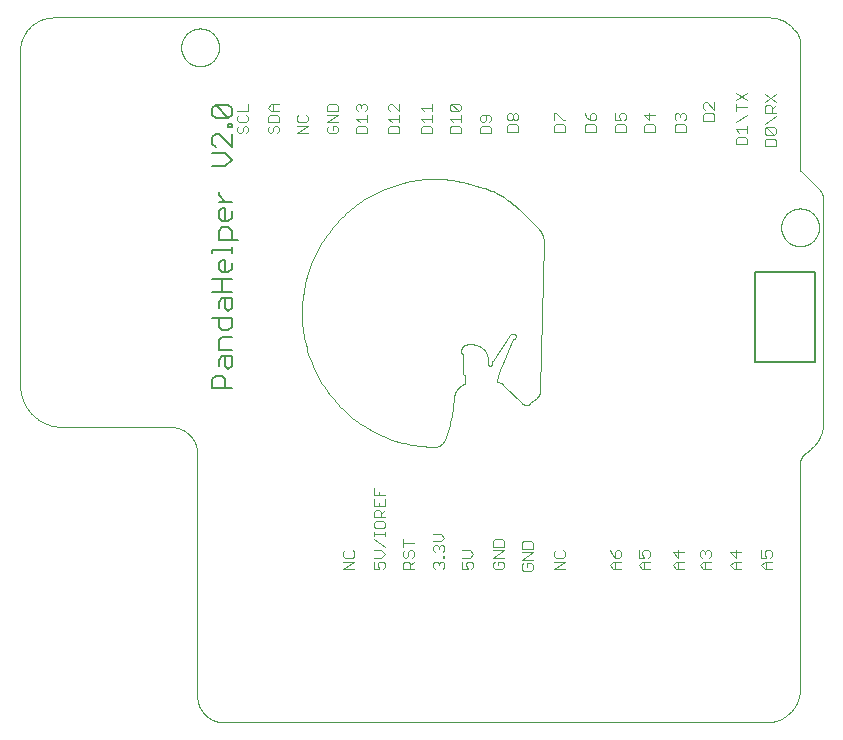
<source format=gbo>
G75*
%MOIN*%
%OFA0B0*%
%FSLAX25Y25*%
%IPPOS*%
%LPD*%
%AMOC8*
5,1,8,0,0,1.08239X$1,22.5*
%
%ADD10C,0.00000*%
%ADD11C,0.00600*%
%ADD12C,0.00300*%
%ADD13C,0.00500*%
D10*
X0064055Y0017159D02*
X0064055Y0097977D01*
X0064052Y0098190D01*
X0064045Y0098402D01*
X0064032Y0098615D01*
X0064014Y0098827D01*
X0063991Y0099038D01*
X0063963Y0099249D01*
X0063929Y0099459D01*
X0063891Y0099668D01*
X0063848Y0099877D01*
X0063799Y0100084D01*
X0063746Y0100290D01*
X0063687Y0100494D01*
X0063624Y0100697D01*
X0063556Y0100899D01*
X0063483Y0101099D01*
X0063405Y0101297D01*
X0063323Y0101493D01*
X0063235Y0101687D01*
X0063143Y0101878D01*
X0063047Y0102068D01*
X0062946Y0102255D01*
X0062840Y0102440D01*
X0062730Y0102622D01*
X0062615Y0102801D01*
X0062497Y0102978D01*
X0062374Y0103151D01*
X0062247Y0103322D01*
X0062115Y0103489D01*
X0061980Y0103654D01*
X0061841Y0103814D01*
X0061698Y0103972D01*
X0061551Y0104126D01*
X0061401Y0104276D01*
X0061247Y0104423D01*
X0061089Y0104566D01*
X0060929Y0104705D01*
X0060764Y0104840D01*
X0060597Y0104972D01*
X0060426Y0105099D01*
X0060253Y0105222D01*
X0060076Y0105340D01*
X0059897Y0105455D01*
X0059715Y0105565D01*
X0059530Y0105671D01*
X0059343Y0105772D01*
X0059153Y0105868D01*
X0058962Y0105960D01*
X0058768Y0106048D01*
X0058572Y0106130D01*
X0058374Y0106208D01*
X0058174Y0106281D01*
X0057972Y0106349D01*
X0057769Y0106412D01*
X0057565Y0106471D01*
X0057359Y0106524D01*
X0057152Y0106573D01*
X0056943Y0106616D01*
X0056734Y0106654D01*
X0056524Y0106688D01*
X0056313Y0106716D01*
X0056102Y0106739D01*
X0055890Y0106757D01*
X0055677Y0106770D01*
X0055465Y0106777D01*
X0055252Y0106780D01*
X0055252Y0106781D02*
X0019195Y0106781D01*
X0018852Y0106785D01*
X0018509Y0106798D01*
X0018167Y0106818D01*
X0017825Y0106847D01*
X0017484Y0106884D01*
X0017144Y0106930D01*
X0016805Y0106984D01*
X0016468Y0107045D01*
X0016132Y0107115D01*
X0015798Y0107193D01*
X0015466Y0107280D01*
X0015136Y0107374D01*
X0014809Y0107476D01*
X0014484Y0107586D01*
X0014161Y0107703D01*
X0013842Y0107829D01*
X0013526Y0107962D01*
X0013213Y0108103D01*
X0012904Y0108251D01*
X0012598Y0108407D01*
X0012296Y0108570D01*
X0011999Y0108740D01*
X0011705Y0108918D01*
X0011416Y0109102D01*
X0011131Y0109294D01*
X0010851Y0109492D01*
X0010576Y0109697D01*
X0010306Y0109909D01*
X0010041Y0110127D01*
X0009782Y0110351D01*
X0009528Y0110581D01*
X0009280Y0110818D01*
X0009037Y0111061D01*
X0008800Y0111309D01*
X0008570Y0111563D01*
X0008346Y0111822D01*
X0008128Y0112087D01*
X0007916Y0112357D01*
X0007711Y0112632D01*
X0007513Y0112912D01*
X0007321Y0113197D01*
X0007137Y0113486D01*
X0006959Y0113780D01*
X0006789Y0114077D01*
X0006626Y0114379D01*
X0006470Y0114685D01*
X0006322Y0114994D01*
X0006181Y0115307D01*
X0006048Y0115623D01*
X0005922Y0115942D01*
X0005805Y0116265D01*
X0005695Y0116590D01*
X0005593Y0116917D01*
X0005499Y0117247D01*
X0005412Y0117579D01*
X0005334Y0117913D01*
X0005264Y0118249D01*
X0005203Y0118586D01*
X0005149Y0118925D01*
X0005103Y0119265D01*
X0005066Y0119606D01*
X0005037Y0119948D01*
X0005017Y0120290D01*
X0005004Y0120633D01*
X0005000Y0120976D01*
X0005000Y0232153D01*
X0005003Y0232423D01*
X0005013Y0232692D01*
X0005029Y0232962D01*
X0005052Y0233230D01*
X0005081Y0233499D01*
X0005117Y0233766D01*
X0005159Y0234032D01*
X0005208Y0234298D01*
X0005263Y0234562D01*
X0005324Y0234824D01*
X0005392Y0235086D01*
X0005466Y0235345D01*
X0005546Y0235603D01*
X0005633Y0235858D01*
X0005725Y0236111D01*
X0005824Y0236363D01*
X0005929Y0236611D01*
X0006040Y0236857D01*
X0006156Y0237100D01*
X0006279Y0237341D01*
X0006407Y0237578D01*
X0006541Y0237812D01*
X0006680Y0238043D01*
X0006825Y0238270D01*
X0006976Y0238494D01*
X0007132Y0238714D01*
X0007293Y0238931D01*
X0007459Y0239143D01*
X0007631Y0239351D01*
X0007807Y0239555D01*
X0007989Y0239755D01*
X0008175Y0239950D01*
X0008366Y0240141D01*
X0008561Y0240327D01*
X0008761Y0240509D01*
X0008965Y0240685D01*
X0009173Y0240857D01*
X0009385Y0241023D01*
X0009602Y0241184D01*
X0009822Y0241340D01*
X0010046Y0241491D01*
X0010273Y0241636D01*
X0010504Y0241775D01*
X0010738Y0241909D01*
X0010975Y0242037D01*
X0011216Y0242160D01*
X0011459Y0242276D01*
X0011705Y0242387D01*
X0011953Y0242492D01*
X0012205Y0242591D01*
X0012458Y0242683D01*
X0012713Y0242770D01*
X0012971Y0242850D01*
X0013230Y0242924D01*
X0013492Y0242992D01*
X0013754Y0243053D01*
X0014018Y0243108D01*
X0014284Y0243157D01*
X0014550Y0243199D01*
X0014817Y0243235D01*
X0015086Y0243264D01*
X0015354Y0243287D01*
X0015624Y0243303D01*
X0015893Y0243313D01*
X0016163Y0243316D01*
X0254763Y0243316D01*
X0262006Y0240330D02*
X0263110Y0239234D01*
X0265000Y0234691D02*
X0265000Y0192770D01*
X0265293Y0192063D02*
X0271217Y0186214D01*
X0272717Y0182626D02*
X0272717Y0108230D01*
X0272714Y0107959D01*
X0272704Y0107688D01*
X0272687Y0107417D01*
X0272664Y0107147D01*
X0272635Y0106878D01*
X0272598Y0106609D01*
X0272556Y0106341D01*
X0272506Y0106074D01*
X0272451Y0105809D01*
X0272388Y0105545D01*
X0272320Y0105283D01*
X0272245Y0105022D01*
X0272164Y0104763D01*
X0272076Y0104507D01*
X0271982Y0104252D01*
X0271882Y0104000D01*
X0271776Y0103751D01*
X0271664Y0103504D01*
X0271546Y0103260D01*
X0271422Y0103019D01*
X0271292Y0102780D01*
X0271157Y0102546D01*
X0271016Y0102314D01*
X0270869Y0102086D01*
X0270716Y0101862D01*
X0270559Y0101641D01*
X0270396Y0101425D01*
X0270227Y0101212D01*
X0270054Y0101004D01*
X0269875Y0100799D01*
X0269692Y0100600D01*
X0269504Y0100404D01*
X0269311Y0100214D01*
X0269114Y0100028D01*
X0268912Y0099847D01*
X0268705Y0099671D01*
X0268495Y0099500D01*
X0266956Y0098282D01*
X0264843Y0093911D02*
X0264843Y0040427D01*
X0265000Y0019603D01*
X0264997Y0019331D01*
X0264987Y0019060D01*
X0264970Y0018788D01*
X0264947Y0018518D01*
X0264918Y0018247D01*
X0264882Y0017978D01*
X0264839Y0017709D01*
X0264790Y0017442D01*
X0264735Y0017176D01*
X0264673Y0016911D01*
X0264605Y0016648D01*
X0264530Y0016387D01*
X0264450Y0016127D01*
X0264362Y0015870D01*
X0264269Y0015615D01*
X0264170Y0015362D01*
X0264064Y0015111D01*
X0263953Y0014864D01*
X0263835Y0014618D01*
X0263712Y0014376D01*
X0263583Y0014137D01*
X0263448Y0013901D01*
X0263307Y0013669D01*
X0263161Y0013440D01*
X0263009Y0013214D01*
X0262852Y0012992D01*
X0262690Y0012774D01*
X0262522Y0012560D01*
X0262349Y0012350D01*
X0262172Y0012145D01*
X0261989Y0011944D01*
X0261801Y0011747D01*
X0261609Y0011555D01*
X0261412Y0011367D01*
X0261211Y0011184D01*
X0261006Y0011007D01*
X0260796Y0010834D01*
X0260582Y0010666D01*
X0260364Y0010504D01*
X0260142Y0010347D01*
X0259916Y0010195D01*
X0259687Y0010049D01*
X0259455Y0009908D01*
X0259219Y0009773D01*
X0258980Y0009644D01*
X0258738Y0009521D01*
X0258492Y0009403D01*
X0258245Y0009292D01*
X0257994Y0009186D01*
X0257741Y0009087D01*
X0257486Y0008994D01*
X0257229Y0008906D01*
X0256969Y0008826D01*
X0256708Y0008751D01*
X0256445Y0008683D01*
X0256180Y0008621D01*
X0255914Y0008566D01*
X0255647Y0008517D01*
X0255378Y0008474D01*
X0255109Y0008438D01*
X0254838Y0008409D01*
X0254568Y0008386D01*
X0254296Y0008369D01*
X0254025Y0008359D01*
X0253753Y0008356D01*
X0072859Y0008356D01*
X0072646Y0008359D01*
X0072434Y0008366D01*
X0072221Y0008379D01*
X0072009Y0008397D01*
X0071798Y0008420D01*
X0071587Y0008448D01*
X0071377Y0008482D01*
X0071168Y0008520D01*
X0070959Y0008563D01*
X0070752Y0008612D01*
X0070546Y0008665D01*
X0070342Y0008724D01*
X0070139Y0008787D01*
X0069937Y0008855D01*
X0069737Y0008928D01*
X0069539Y0009006D01*
X0069343Y0009088D01*
X0069149Y0009176D01*
X0068958Y0009268D01*
X0068768Y0009364D01*
X0068581Y0009465D01*
X0068396Y0009571D01*
X0068214Y0009681D01*
X0068035Y0009796D01*
X0067858Y0009914D01*
X0067685Y0010037D01*
X0067514Y0010164D01*
X0067347Y0010296D01*
X0067182Y0010431D01*
X0067022Y0010570D01*
X0066864Y0010713D01*
X0066710Y0010860D01*
X0066560Y0011010D01*
X0066413Y0011164D01*
X0066270Y0011322D01*
X0066131Y0011482D01*
X0065996Y0011647D01*
X0065864Y0011814D01*
X0065737Y0011985D01*
X0065614Y0012158D01*
X0065496Y0012335D01*
X0065381Y0012514D01*
X0065271Y0012696D01*
X0065165Y0012881D01*
X0065064Y0013068D01*
X0064968Y0013258D01*
X0064876Y0013449D01*
X0064788Y0013643D01*
X0064706Y0013839D01*
X0064628Y0014037D01*
X0064555Y0014237D01*
X0064487Y0014439D01*
X0064424Y0014642D01*
X0064365Y0014846D01*
X0064312Y0015052D01*
X0064263Y0015259D01*
X0064220Y0015468D01*
X0064182Y0015677D01*
X0064148Y0015887D01*
X0064120Y0016098D01*
X0064097Y0016309D01*
X0064079Y0016521D01*
X0064066Y0016734D01*
X0064059Y0016946D01*
X0064056Y0017159D01*
X0143000Y0100155D02*
X0143121Y0100156D01*
X0143242Y0100160D01*
X0143363Y0100167D01*
X0143484Y0100179D01*
X0143604Y0100194D01*
X0143723Y0100214D01*
X0143842Y0100237D01*
X0143960Y0100264D01*
X0144077Y0100294D01*
X0144193Y0100328D01*
X0144308Y0100366D01*
X0144422Y0100408D01*
X0144534Y0100453D01*
X0144645Y0100502D01*
X0144754Y0100554D01*
X0144862Y0100609D01*
X0144968Y0100668D01*
X0145072Y0100731D01*
X0145173Y0100796D01*
X0145273Y0100865D01*
X0145370Y0100937D01*
X0145465Y0101012D01*
X0145558Y0101089D01*
X0145648Y0101170D01*
X0145736Y0101254D01*
X0145821Y0101340D01*
X0145903Y0101429D01*
X0145982Y0101521D01*
X0146058Y0101615D01*
X0146131Y0101711D01*
X0146202Y0101810D01*
X0146269Y0101911D01*
X0146332Y0102014D01*
X0146393Y0102118D01*
X0146450Y0102225D01*
X0146504Y0102334D01*
X0146554Y0102444D01*
X0146600Y0102556D01*
X0149600Y0116355D02*
X0149609Y0116500D01*
X0149622Y0116644D01*
X0149639Y0116788D01*
X0149659Y0116931D01*
X0149684Y0117074D01*
X0149712Y0117216D01*
X0149744Y0117357D01*
X0149780Y0117497D01*
X0149820Y0117636D01*
X0149863Y0117774D01*
X0149910Y0117911D01*
X0149961Y0118047D01*
X0150016Y0118181D01*
X0150074Y0118314D01*
X0150136Y0118444D01*
X0150201Y0118574D01*
X0150270Y0118701D01*
X0150342Y0118827D01*
X0150417Y0118950D01*
X0150496Y0119072D01*
X0150578Y0119191D01*
X0150664Y0119308D01*
X0150752Y0119422D01*
X0150844Y0119535D01*
X0150938Y0119644D01*
X0151035Y0119751D01*
X0151136Y0119856D01*
X0151239Y0119957D01*
X0151345Y0120056D01*
X0151453Y0120152D01*
X0151564Y0120245D01*
X0151677Y0120335D01*
X0151793Y0120422D01*
X0151911Y0120505D01*
X0152032Y0120586D01*
X0152154Y0120663D01*
X0152279Y0120737D01*
X0152405Y0120807D01*
X0152534Y0120874D01*
X0152664Y0120938D01*
X0152796Y0120997D01*
X0152929Y0121054D01*
X0153064Y0121106D01*
X0153200Y0121155D01*
X0153200Y0121156D02*
X0153200Y0124156D01*
X0153153Y0124158D01*
X0153106Y0124163D01*
X0153060Y0124173D01*
X0153015Y0124185D01*
X0152970Y0124202D01*
X0152928Y0124221D01*
X0152887Y0124244D01*
X0152847Y0124271D01*
X0152810Y0124300D01*
X0152776Y0124332D01*
X0152744Y0124366D01*
X0152715Y0124403D01*
X0152688Y0124443D01*
X0152665Y0124484D01*
X0152646Y0124526D01*
X0152629Y0124571D01*
X0152617Y0124616D01*
X0152607Y0124662D01*
X0152602Y0124709D01*
X0152600Y0124756D01*
X0152600Y0130756D01*
X0152598Y0130803D01*
X0152593Y0130850D01*
X0152583Y0130896D01*
X0152571Y0130941D01*
X0152554Y0130986D01*
X0152535Y0131028D01*
X0152512Y0131069D01*
X0152485Y0131109D01*
X0152456Y0131146D01*
X0152424Y0131180D01*
X0152390Y0131212D01*
X0152353Y0131241D01*
X0152313Y0131268D01*
X0152272Y0131291D01*
X0152230Y0131310D01*
X0152185Y0131327D01*
X0152140Y0131339D01*
X0152094Y0131349D01*
X0152047Y0131354D01*
X0152000Y0131356D01*
X0152000Y0131956D01*
X0152002Y0132053D01*
X0152008Y0132149D01*
X0152017Y0132245D01*
X0152031Y0132341D01*
X0152049Y0132436D01*
X0152070Y0132530D01*
X0152095Y0132624D01*
X0152124Y0132716D01*
X0152156Y0132807D01*
X0152192Y0132897D01*
X0152232Y0132985D01*
X0152275Y0133071D01*
X0152322Y0133156D01*
X0152372Y0133239D01*
X0152425Y0133319D01*
X0152481Y0133398D01*
X0152541Y0133474D01*
X0152604Y0133547D01*
X0152669Y0133619D01*
X0152737Y0133687D01*
X0152809Y0133752D01*
X0152882Y0133815D01*
X0152958Y0133875D01*
X0153037Y0133931D01*
X0153117Y0133984D01*
X0153200Y0134034D01*
X0153285Y0134081D01*
X0153371Y0134124D01*
X0153459Y0134164D01*
X0153549Y0134200D01*
X0153640Y0134232D01*
X0153732Y0134261D01*
X0153826Y0134286D01*
X0153920Y0134307D01*
X0154015Y0134325D01*
X0154111Y0134339D01*
X0154207Y0134348D01*
X0154303Y0134354D01*
X0154400Y0134356D01*
X0155600Y0134356D01*
X0155746Y0134354D01*
X0155892Y0134348D01*
X0156038Y0134338D01*
X0156184Y0134324D01*
X0156329Y0134307D01*
X0156474Y0134285D01*
X0156618Y0134259D01*
X0156761Y0134230D01*
X0156903Y0134196D01*
X0157045Y0134159D01*
X0157185Y0134118D01*
X0157324Y0134073D01*
X0157462Y0134025D01*
X0157599Y0133972D01*
X0157734Y0133917D01*
X0157867Y0133857D01*
X0157999Y0133794D01*
X0158129Y0133727D01*
X0158258Y0133657D01*
X0158384Y0133583D01*
X0158508Y0133506D01*
X0158630Y0133426D01*
X0158750Y0133342D01*
X0158868Y0133255D01*
X0158983Y0133165D01*
X0159096Y0133072D01*
X0159206Y0132975D01*
X0159314Y0132876D01*
X0159418Y0132774D01*
X0159520Y0132670D01*
X0159619Y0132562D01*
X0159716Y0132452D01*
X0159809Y0132339D01*
X0159899Y0132224D01*
X0159986Y0132106D01*
X0160070Y0131986D01*
X0160150Y0131864D01*
X0160227Y0131740D01*
X0160301Y0131614D01*
X0160371Y0131485D01*
X0160438Y0131355D01*
X0160501Y0131223D01*
X0160561Y0131090D01*
X0160616Y0130955D01*
X0160669Y0130818D01*
X0160717Y0130680D01*
X0160762Y0130541D01*
X0160803Y0130401D01*
X0160840Y0130259D01*
X0160874Y0130117D01*
X0160903Y0129974D01*
X0160929Y0129830D01*
X0160951Y0129685D01*
X0160968Y0129540D01*
X0160982Y0129394D01*
X0160992Y0129248D01*
X0160998Y0129102D01*
X0161000Y0128956D01*
X0161000Y0127756D01*
X0161600Y0127156D02*
X0161647Y0127158D01*
X0161694Y0127163D01*
X0161740Y0127173D01*
X0161785Y0127185D01*
X0161830Y0127202D01*
X0161872Y0127221D01*
X0161913Y0127244D01*
X0161953Y0127271D01*
X0161990Y0127300D01*
X0162024Y0127332D01*
X0162056Y0127366D01*
X0162085Y0127403D01*
X0162112Y0127443D01*
X0162135Y0127484D01*
X0162154Y0127526D01*
X0162171Y0127571D01*
X0162183Y0127616D01*
X0162193Y0127662D01*
X0162198Y0127709D01*
X0162200Y0127756D01*
X0161600Y0127156D02*
X0161553Y0127158D01*
X0161506Y0127163D01*
X0161460Y0127173D01*
X0161415Y0127185D01*
X0161370Y0127202D01*
X0161328Y0127221D01*
X0161287Y0127244D01*
X0161247Y0127271D01*
X0161210Y0127300D01*
X0161176Y0127332D01*
X0161144Y0127366D01*
X0161115Y0127403D01*
X0161088Y0127443D01*
X0161065Y0127484D01*
X0161046Y0127526D01*
X0161029Y0127571D01*
X0161017Y0127616D01*
X0161007Y0127662D01*
X0161002Y0127709D01*
X0161000Y0127756D01*
X0162533Y0128855D02*
X0168200Y0137356D01*
X0169400Y0137956D02*
X0169459Y0137950D01*
X0169518Y0137941D01*
X0169576Y0137928D01*
X0169633Y0137912D01*
X0169688Y0137891D01*
X0169743Y0137867D01*
X0169795Y0137839D01*
X0169846Y0137808D01*
X0169894Y0137774D01*
X0169940Y0137737D01*
X0169984Y0137696D01*
X0170025Y0137653D01*
X0170062Y0137608D01*
X0170097Y0137559D01*
X0170129Y0137509D01*
X0170157Y0137457D01*
X0170182Y0137403D01*
X0170203Y0137347D01*
X0170220Y0137291D01*
X0170233Y0137233D01*
X0170243Y0137174D01*
X0170249Y0137115D01*
X0170251Y0137056D01*
X0170249Y0136997D01*
X0170243Y0136938D01*
X0170233Y0136879D01*
X0170220Y0136821D01*
X0170203Y0136765D01*
X0170182Y0136709D01*
X0170157Y0136655D01*
X0170129Y0136603D01*
X0170097Y0136553D01*
X0170062Y0136504D01*
X0170025Y0136459D01*
X0169984Y0136416D01*
X0169940Y0136375D01*
X0169894Y0136338D01*
X0169846Y0136304D01*
X0169795Y0136273D01*
X0169743Y0136245D01*
X0169688Y0136221D01*
X0169633Y0136200D01*
X0169576Y0136184D01*
X0169518Y0136171D01*
X0169459Y0136162D01*
X0169400Y0136156D01*
X0165200Y0126556D01*
X0162200Y0127756D02*
X0162202Y0127839D01*
X0162207Y0127922D01*
X0162216Y0128005D01*
X0162228Y0128087D01*
X0162244Y0128169D01*
X0162263Y0128250D01*
X0162285Y0128330D01*
X0162311Y0128409D01*
X0162340Y0128487D01*
X0162372Y0128564D01*
X0162408Y0128639D01*
X0162446Y0128713D01*
X0162488Y0128785D01*
X0162533Y0128855D01*
X0166049Y0120907D02*
X0172169Y0114787D01*
X0172170Y0114787D02*
X0172235Y0114724D01*
X0172303Y0114664D01*
X0172373Y0114607D01*
X0172445Y0114553D01*
X0172520Y0114503D01*
X0172597Y0114455D01*
X0172675Y0114410D01*
X0172756Y0114369D01*
X0172838Y0114332D01*
X0172922Y0114297D01*
X0173007Y0114267D01*
X0173093Y0114240D01*
X0173180Y0114216D01*
X0173268Y0114196D01*
X0173357Y0114180D01*
X0173447Y0114168D01*
X0173537Y0114159D01*
X0173627Y0114154D01*
X0173717Y0114153D01*
X0173808Y0114156D01*
X0173898Y0114162D01*
X0173988Y0114172D01*
X0174077Y0114186D01*
X0174166Y0114204D01*
X0174253Y0114225D01*
X0174340Y0114250D01*
X0174426Y0114279D01*
X0174510Y0114311D01*
X0174593Y0114347D01*
X0174675Y0114386D01*
X0174755Y0114428D01*
X0174833Y0114474D01*
X0174909Y0114523D01*
X0174983Y0114575D01*
X0175054Y0114630D01*
X0175123Y0114688D01*
X0177241Y0116542D01*
X0178435Y0119095D02*
X0179558Y0168521D01*
X0179559Y0168521D02*
X0179560Y0168669D01*
X0179558Y0168817D01*
X0179551Y0168964D01*
X0179541Y0169112D01*
X0179527Y0169259D01*
X0179509Y0169405D01*
X0179488Y0169551D01*
X0179462Y0169697D01*
X0179433Y0169842D01*
X0179400Y0169985D01*
X0179364Y0170129D01*
X0179323Y0170271D01*
X0179279Y0170411D01*
X0179231Y0170551D01*
X0179180Y0170690D01*
X0179125Y0170827D01*
X0179067Y0170962D01*
X0179005Y0171096D01*
X0178939Y0171229D01*
X0178870Y0171359D01*
X0178798Y0171488D01*
X0178722Y0171615D01*
X0178643Y0171740D01*
X0178561Y0171862D01*
X0178476Y0171983D01*
X0178387Y0172101D01*
X0178296Y0172217D01*
X0178201Y0172331D01*
X0178104Y0172442D01*
X0178004Y0172550D01*
X0177901Y0172656D01*
X0177901Y0172655D02*
X0171200Y0179356D01*
X0159200Y0186556D02*
X0152600Y0188356D01*
X0159200Y0186556D02*
X0159874Y0186342D01*
X0160542Y0186112D01*
X0161204Y0185865D01*
X0161860Y0185602D01*
X0162509Y0185323D01*
X0163152Y0185028D01*
X0163787Y0184718D01*
X0164414Y0184392D01*
X0165033Y0184051D01*
X0165643Y0183695D01*
X0166245Y0183324D01*
X0166837Y0182938D01*
X0167420Y0182538D01*
X0167992Y0182124D01*
X0168555Y0181696D01*
X0169106Y0181254D01*
X0169647Y0180799D01*
X0170176Y0180331D01*
X0170694Y0179850D01*
X0171200Y0179356D01*
X0152600Y0188356D02*
X0151799Y0188564D01*
X0150993Y0188753D01*
X0150182Y0188922D01*
X0149368Y0189071D01*
X0148550Y0189200D01*
X0147729Y0189309D01*
X0146906Y0189399D01*
X0146081Y0189468D01*
X0145255Y0189518D01*
X0144428Y0189547D01*
X0143600Y0189556D01*
X0143600Y0189555D02*
X0142508Y0189540D01*
X0141417Y0189499D01*
X0140328Y0189431D01*
X0139240Y0189337D01*
X0138155Y0189216D01*
X0137074Y0189068D01*
X0135996Y0188895D01*
X0134923Y0188695D01*
X0133855Y0188468D01*
X0132793Y0188216D01*
X0131737Y0187938D01*
X0130689Y0187634D01*
X0129648Y0187305D01*
X0128615Y0186950D01*
X0127592Y0186571D01*
X0126578Y0186166D01*
X0125574Y0185737D01*
X0124581Y0185283D01*
X0123600Y0184806D01*
X0122630Y0184304D01*
X0121673Y0183779D01*
X0120729Y0183231D01*
X0119799Y0182660D01*
X0118883Y0182066D01*
X0117982Y0181450D01*
X0117096Y0180812D01*
X0116225Y0180153D01*
X0115372Y0179473D01*
X0114535Y0178772D01*
X0113715Y0178051D01*
X0112913Y0177310D01*
X0112130Y0176550D01*
X0111365Y0175771D01*
X0110620Y0174973D01*
X0109894Y0174158D01*
X0109189Y0173325D01*
X0108504Y0172475D01*
X0107840Y0171608D01*
X0107197Y0170726D01*
X0106576Y0169828D01*
X0105978Y0168915D01*
X0105401Y0167988D01*
X0104848Y0167047D01*
X0104317Y0166093D01*
X0103810Y0165126D01*
X0103327Y0164147D01*
X0102868Y0163157D01*
X0102433Y0162156D01*
X0102023Y0161144D01*
X0101638Y0160123D01*
X0101277Y0159092D01*
X0100942Y0158053D01*
X0100633Y0157006D01*
X0100349Y0155952D01*
X0100091Y0154892D01*
X0099859Y0153825D01*
X0099653Y0152753D01*
X0099473Y0151676D01*
X0099319Y0150595D01*
X0099192Y0149511D01*
X0099092Y0148424D01*
X0099018Y0147335D01*
X0098971Y0146244D01*
X0098950Y0145153D01*
X0098956Y0144061D01*
X0098989Y0142970D01*
X0099048Y0141880D01*
X0099134Y0140792D01*
X0099246Y0139706D01*
X0099385Y0138623D01*
X0099551Y0137544D01*
X0099742Y0136470D01*
X0099960Y0135400D01*
X0100204Y0134336D01*
X0100474Y0133278D01*
X0100769Y0132227D01*
X0101090Y0131184D01*
X0101437Y0130149D01*
X0101808Y0129122D01*
X0102205Y0128105D01*
X0102626Y0127098D01*
X0103072Y0126102D01*
X0103542Y0125116D01*
X0104036Y0124143D01*
X0104553Y0123182D01*
X0105094Y0122234D01*
X0105658Y0121299D01*
X0106245Y0120378D01*
X0106853Y0119472D01*
X0107484Y0118581D01*
X0108136Y0117706D01*
X0108810Y0116847D01*
X0109504Y0116004D01*
X0110219Y0115179D01*
X0110953Y0114371D01*
X0111707Y0113582D01*
X0112480Y0112811D01*
X0113272Y0112060D01*
X0114082Y0111328D01*
X0114909Y0110616D01*
X0115754Y0109924D01*
X0116615Y0109253D01*
X0117493Y0108604D01*
X0118386Y0107976D01*
X0119294Y0107370D01*
X0120216Y0106786D01*
X0121153Y0106225D01*
X0122103Y0105688D01*
X0123065Y0105173D01*
X0124040Y0104682D01*
X0125027Y0104215D01*
X0126025Y0103773D01*
X0127033Y0103355D01*
X0128052Y0102961D01*
X0129079Y0102593D01*
X0130116Y0102249D01*
X0131160Y0101932D01*
X0132212Y0101639D01*
X0133270Y0101373D01*
X0134335Y0101132D01*
X0135405Y0100918D01*
X0136481Y0100730D01*
X0137560Y0100568D01*
X0138644Y0100432D01*
X0139730Y0100323D01*
X0140818Y0100241D01*
X0141908Y0100185D01*
X0143000Y0100156D01*
X0164000Y0121756D02*
X0164103Y0121754D01*
X0164207Y0121749D01*
X0164310Y0121739D01*
X0164412Y0121727D01*
X0164514Y0121710D01*
X0164616Y0121690D01*
X0164716Y0121666D01*
X0164816Y0121639D01*
X0164915Y0121608D01*
X0165012Y0121573D01*
X0165109Y0121535D01*
X0165203Y0121494D01*
X0165297Y0121450D01*
X0165388Y0121402D01*
X0165478Y0121350D01*
X0165566Y0121296D01*
X0165652Y0121239D01*
X0165736Y0121178D01*
X0165818Y0121115D01*
X0165897Y0121048D01*
X0165974Y0120979D01*
X0166048Y0120907D01*
X0177241Y0116542D02*
X0177327Y0116620D01*
X0177411Y0116700D01*
X0177491Y0116784D01*
X0177569Y0116870D01*
X0177644Y0116958D01*
X0177716Y0117049D01*
X0177785Y0117143D01*
X0177851Y0117238D01*
X0177914Y0117336D01*
X0177973Y0117436D01*
X0178029Y0117537D01*
X0178082Y0117641D01*
X0178131Y0117746D01*
X0178176Y0117853D01*
X0178219Y0117961D01*
X0178257Y0118070D01*
X0178292Y0118181D01*
X0178323Y0118293D01*
X0178350Y0118406D01*
X0178374Y0118519D01*
X0178394Y0118634D01*
X0178410Y0118748D01*
X0178422Y0118864D01*
X0178431Y0118980D01*
X0178435Y0119096D01*
X0164000Y0121756D02*
X0164031Y0122110D01*
X0164072Y0122462D01*
X0164120Y0122814D01*
X0164177Y0123165D01*
X0164243Y0123514D01*
X0164316Y0123861D01*
X0164398Y0124206D01*
X0164488Y0124550D01*
X0164587Y0124891D01*
X0164693Y0125230D01*
X0164808Y0125566D01*
X0164931Y0125899D01*
X0165061Y0126229D01*
X0165200Y0126556D01*
X0168200Y0137356D02*
X0168240Y0137413D01*
X0168284Y0137469D01*
X0168330Y0137521D01*
X0168379Y0137572D01*
X0168430Y0137620D01*
X0168484Y0137665D01*
X0168540Y0137707D01*
X0168598Y0137746D01*
X0168658Y0137782D01*
X0168720Y0137815D01*
X0168784Y0137845D01*
X0168849Y0137871D01*
X0168915Y0137894D01*
X0168983Y0137914D01*
X0169051Y0137930D01*
X0169120Y0137942D01*
X0169190Y0137951D01*
X0169260Y0137956D01*
X0169330Y0137958D01*
X0169400Y0137956D01*
X0149600Y0116355D02*
X0149539Y0115344D01*
X0149455Y0114334D01*
X0149346Y0113326D01*
X0149214Y0112322D01*
X0149058Y0111320D01*
X0148878Y0110323D01*
X0148674Y0109330D01*
X0148447Y0108343D01*
X0148197Y0107361D01*
X0147923Y0106385D01*
X0147627Y0105416D01*
X0147307Y0104455D01*
X0146965Y0103501D01*
X0146600Y0102555D01*
X0258700Y0173356D02*
X0258702Y0173514D01*
X0258708Y0173673D01*
X0258718Y0173831D01*
X0258732Y0173988D01*
X0258750Y0174146D01*
X0258771Y0174302D01*
X0258797Y0174459D01*
X0258827Y0174614D01*
X0258860Y0174769D01*
X0258898Y0174923D01*
X0258939Y0175076D01*
X0258984Y0175227D01*
X0259033Y0175378D01*
X0259086Y0175527D01*
X0259142Y0175675D01*
X0259203Y0175822D01*
X0259266Y0175967D01*
X0259334Y0176110D01*
X0259405Y0176251D01*
X0259479Y0176391D01*
X0259557Y0176529D01*
X0259639Y0176665D01*
X0259724Y0176798D01*
X0259812Y0176930D01*
X0259903Y0177059D01*
X0259998Y0177186D01*
X0260096Y0177310D01*
X0260197Y0177432D01*
X0260301Y0177552D01*
X0260407Y0177669D01*
X0260517Y0177783D01*
X0260630Y0177894D01*
X0260745Y0178002D01*
X0260864Y0178108D01*
X0260984Y0178210D01*
X0261107Y0178310D01*
X0261233Y0178406D01*
X0261361Y0178499D01*
X0261492Y0178589D01*
X0261624Y0178675D01*
X0261759Y0178758D01*
X0261896Y0178838D01*
X0262035Y0178914D01*
X0262175Y0178987D01*
X0262318Y0179056D01*
X0262462Y0179122D01*
X0262607Y0179184D01*
X0262755Y0179242D01*
X0262903Y0179297D01*
X0263053Y0179348D01*
X0263204Y0179395D01*
X0263357Y0179438D01*
X0263510Y0179477D01*
X0263664Y0179513D01*
X0263819Y0179544D01*
X0263975Y0179572D01*
X0264132Y0179596D01*
X0264289Y0179616D01*
X0264447Y0179632D01*
X0264604Y0179644D01*
X0264763Y0179652D01*
X0264921Y0179656D01*
X0265079Y0179656D01*
X0265237Y0179652D01*
X0265396Y0179644D01*
X0265553Y0179632D01*
X0265711Y0179616D01*
X0265868Y0179596D01*
X0266025Y0179572D01*
X0266181Y0179544D01*
X0266336Y0179513D01*
X0266490Y0179477D01*
X0266643Y0179438D01*
X0266796Y0179395D01*
X0266947Y0179348D01*
X0267097Y0179297D01*
X0267245Y0179242D01*
X0267393Y0179184D01*
X0267538Y0179122D01*
X0267682Y0179056D01*
X0267825Y0178987D01*
X0267965Y0178914D01*
X0268104Y0178838D01*
X0268241Y0178758D01*
X0268376Y0178675D01*
X0268508Y0178589D01*
X0268639Y0178499D01*
X0268767Y0178406D01*
X0268893Y0178310D01*
X0269016Y0178210D01*
X0269136Y0178108D01*
X0269255Y0178002D01*
X0269370Y0177894D01*
X0269483Y0177783D01*
X0269593Y0177669D01*
X0269699Y0177552D01*
X0269803Y0177432D01*
X0269904Y0177310D01*
X0270002Y0177186D01*
X0270097Y0177059D01*
X0270188Y0176930D01*
X0270276Y0176798D01*
X0270361Y0176665D01*
X0270443Y0176529D01*
X0270521Y0176391D01*
X0270595Y0176251D01*
X0270666Y0176110D01*
X0270734Y0175967D01*
X0270797Y0175822D01*
X0270858Y0175675D01*
X0270914Y0175527D01*
X0270967Y0175378D01*
X0271016Y0175227D01*
X0271061Y0175076D01*
X0271102Y0174923D01*
X0271140Y0174769D01*
X0271173Y0174614D01*
X0271203Y0174459D01*
X0271229Y0174302D01*
X0271250Y0174146D01*
X0271268Y0173988D01*
X0271282Y0173831D01*
X0271292Y0173673D01*
X0271298Y0173514D01*
X0271300Y0173356D01*
X0271298Y0173198D01*
X0271292Y0173039D01*
X0271282Y0172881D01*
X0271268Y0172724D01*
X0271250Y0172566D01*
X0271229Y0172410D01*
X0271203Y0172253D01*
X0271173Y0172098D01*
X0271140Y0171943D01*
X0271102Y0171789D01*
X0271061Y0171636D01*
X0271016Y0171485D01*
X0270967Y0171334D01*
X0270914Y0171185D01*
X0270858Y0171037D01*
X0270797Y0170890D01*
X0270734Y0170745D01*
X0270666Y0170602D01*
X0270595Y0170461D01*
X0270521Y0170321D01*
X0270443Y0170183D01*
X0270361Y0170047D01*
X0270276Y0169914D01*
X0270188Y0169782D01*
X0270097Y0169653D01*
X0270002Y0169526D01*
X0269904Y0169402D01*
X0269803Y0169280D01*
X0269699Y0169160D01*
X0269593Y0169043D01*
X0269483Y0168929D01*
X0269370Y0168818D01*
X0269255Y0168710D01*
X0269136Y0168604D01*
X0269016Y0168502D01*
X0268893Y0168402D01*
X0268767Y0168306D01*
X0268639Y0168213D01*
X0268508Y0168123D01*
X0268376Y0168037D01*
X0268241Y0167954D01*
X0268104Y0167874D01*
X0267965Y0167798D01*
X0267825Y0167725D01*
X0267682Y0167656D01*
X0267538Y0167590D01*
X0267393Y0167528D01*
X0267245Y0167470D01*
X0267097Y0167415D01*
X0266947Y0167364D01*
X0266796Y0167317D01*
X0266643Y0167274D01*
X0266490Y0167235D01*
X0266336Y0167199D01*
X0266181Y0167168D01*
X0266025Y0167140D01*
X0265868Y0167116D01*
X0265711Y0167096D01*
X0265553Y0167080D01*
X0265396Y0167068D01*
X0265237Y0167060D01*
X0265079Y0167056D01*
X0264921Y0167056D01*
X0264763Y0167060D01*
X0264604Y0167068D01*
X0264447Y0167080D01*
X0264289Y0167096D01*
X0264132Y0167116D01*
X0263975Y0167140D01*
X0263819Y0167168D01*
X0263664Y0167199D01*
X0263510Y0167235D01*
X0263357Y0167274D01*
X0263204Y0167317D01*
X0263053Y0167364D01*
X0262903Y0167415D01*
X0262755Y0167470D01*
X0262607Y0167528D01*
X0262462Y0167590D01*
X0262318Y0167656D01*
X0262175Y0167725D01*
X0262035Y0167798D01*
X0261896Y0167874D01*
X0261759Y0167954D01*
X0261624Y0168037D01*
X0261492Y0168123D01*
X0261361Y0168213D01*
X0261233Y0168306D01*
X0261107Y0168402D01*
X0260984Y0168502D01*
X0260864Y0168604D01*
X0260745Y0168710D01*
X0260630Y0168818D01*
X0260517Y0168929D01*
X0260407Y0169043D01*
X0260301Y0169160D01*
X0260197Y0169280D01*
X0260096Y0169402D01*
X0259998Y0169526D01*
X0259903Y0169653D01*
X0259812Y0169782D01*
X0259724Y0169914D01*
X0259639Y0170047D01*
X0259557Y0170183D01*
X0259479Y0170321D01*
X0259405Y0170461D01*
X0259334Y0170602D01*
X0259266Y0170745D01*
X0259203Y0170890D01*
X0259142Y0171037D01*
X0259086Y0171185D01*
X0259033Y0171334D01*
X0258984Y0171485D01*
X0258939Y0171636D01*
X0258898Y0171789D01*
X0258860Y0171943D01*
X0258827Y0172098D01*
X0258797Y0172253D01*
X0258771Y0172410D01*
X0258750Y0172566D01*
X0258732Y0172724D01*
X0258718Y0172881D01*
X0258708Y0173039D01*
X0258702Y0173198D01*
X0258700Y0173356D01*
X0272717Y0182626D02*
X0272715Y0182764D01*
X0272709Y0182901D01*
X0272700Y0183039D01*
X0272687Y0183176D01*
X0272670Y0183312D01*
X0272649Y0183448D01*
X0272625Y0183584D01*
X0272597Y0183719D01*
X0272566Y0183853D01*
X0272530Y0183986D01*
X0272491Y0184118D01*
X0272449Y0184249D01*
X0272403Y0184378D01*
X0272353Y0184507D01*
X0272300Y0184634D01*
X0272243Y0184759D01*
X0272184Y0184883D01*
X0272120Y0185005D01*
X0272054Y0185126D01*
X0271984Y0185244D01*
X0271911Y0185361D01*
X0271834Y0185476D01*
X0271755Y0185588D01*
X0271673Y0185699D01*
X0271587Y0185807D01*
X0271499Y0185912D01*
X0271408Y0186015D01*
X0271314Y0186116D01*
X0271217Y0186214D01*
X0265293Y0192063D02*
X0265251Y0192107D01*
X0265213Y0192153D01*
X0265177Y0192202D01*
X0265144Y0192253D01*
X0265115Y0192305D01*
X0265088Y0192360D01*
X0265065Y0192415D01*
X0265045Y0192472D01*
X0265029Y0192531D01*
X0265016Y0192590D01*
X0265007Y0192649D01*
X0265002Y0192710D01*
X0265000Y0192770D01*
X0262006Y0240331D02*
X0261826Y0240506D01*
X0261641Y0240676D01*
X0261452Y0240842D01*
X0261260Y0241003D01*
X0261063Y0241159D01*
X0260863Y0241311D01*
X0260659Y0241458D01*
X0260451Y0241599D01*
X0260241Y0241736D01*
X0260026Y0241867D01*
X0259809Y0241993D01*
X0259589Y0242113D01*
X0259366Y0242229D01*
X0259140Y0242338D01*
X0258911Y0242443D01*
X0258680Y0242541D01*
X0258447Y0242634D01*
X0258211Y0242721D01*
X0257974Y0242803D01*
X0257734Y0242878D01*
X0257493Y0242948D01*
X0257250Y0243012D01*
X0257005Y0243069D01*
X0256760Y0243121D01*
X0256513Y0243167D01*
X0256265Y0243207D01*
X0256016Y0243240D01*
X0255766Y0243268D01*
X0255516Y0243289D01*
X0255265Y0243305D01*
X0255014Y0243314D01*
X0254763Y0243317D01*
X0263110Y0239233D02*
X0263220Y0239121D01*
X0263328Y0239006D01*
X0263433Y0238888D01*
X0263535Y0238767D01*
X0263634Y0238644D01*
X0263730Y0238519D01*
X0263822Y0238391D01*
X0263912Y0238261D01*
X0263998Y0238129D01*
X0264082Y0237995D01*
X0264161Y0237859D01*
X0264238Y0237721D01*
X0264311Y0237581D01*
X0264380Y0237439D01*
X0264446Y0237296D01*
X0264509Y0237151D01*
X0264567Y0237005D01*
X0264623Y0236857D01*
X0264674Y0236708D01*
X0264722Y0236557D01*
X0264766Y0236406D01*
X0264807Y0236253D01*
X0264843Y0236100D01*
X0264876Y0235945D01*
X0264905Y0235790D01*
X0264930Y0235634D01*
X0264951Y0235478D01*
X0264969Y0235321D01*
X0264983Y0235164D01*
X0264992Y0235006D01*
X0264998Y0234849D01*
X0265000Y0234691D01*
X0058700Y0233356D02*
X0058702Y0233514D01*
X0058708Y0233673D01*
X0058718Y0233831D01*
X0058732Y0233988D01*
X0058750Y0234146D01*
X0058771Y0234302D01*
X0058797Y0234459D01*
X0058827Y0234614D01*
X0058860Y0234769D01*
X0058898Y0234923D01*
X0058939Y0235076D01*
X0058984Y0235227D01*
X0059033Y0235378D01*
X0059086Y0235527D01*
X0059142Y0235675D01*
X0059203Y0235822D01*
X0059266Y0235967D01*
X0059334Y0236110D01*
X0059405Y0236251D01*
X0059479Y0236391D01*
X0059557Y0236529D01*
X0059639Y0236665D01*
X0059724Y0236798D01*
X0059812Y0236930D01*
X0059903Y0237059D01*
X0059998Y0237186D01*
X0060096Y0237310D01*
X0060197Y0237432D01*
X0060301Y0237552D01*
X0060407Y0237669D01*
X0060517Y0237783D01*
X0060630Y0237894D01*
X0060745Y0238002D01*
X0060864Y0238108D01*
X0060984Y0238210D01*
X0061107Y0238310D01*
X0061233Y0238406D01*
X0061361Y0238499D01*
X0061492Y0238589D01*
X0061624Y0238675D01*
X0061759Y0238758D01*
X0061896Y0238838D01*
X0062035Y0238914D01*
X0062175Y0238987D01*
X0062318Y0239056D01*
X0062462Y0239122D01*
X0062607Y0239184D01*
X0062755Y0239242D01*
X0062903Y0239297D01*
X0063053Y0239348D01*
X0063204Y0239395D01*
X0063357Y0239438D01*
X0063510Y0239477D01*
X0063664Y0239513D01*
X0063819Y0239544D01*
X0063975Y0239572D01*
X0064132Y0239596D01*
X0064289Y0239616D01*
X0064447Y0239632D01*
X0064604Y0239644D01*
X0064763Y0239652D01*
X0064921Y0239656D01*
X0065079Y0239656D01*
X0065237Y0239652D01*
X0065396Y0239644D01*
X0065553Y0239632D01*
X0065711Y0239616D01*
X0065868Y0239596D01*
X0066025Y0239572D01*
X0066181Y0239544D01*
X0066336Y0239513D01*
X0066490Y0239477D01*
X0066643Y0239438D01*
X0066796Y0239395D01*
X0066947Y0239348D01*
X0067097Y0239297D01*
X0067245Y0239242D01*
X0067393Y0239184D01*
X0067538Y0239122D01*
X0067682Y0239056D01*
X0067825Y0238987D01*
X0067965Y0238914D01*
X0068104Y0238838D01*
X0068241Y0238758D01*
X0068376Y0238675D01*
X0068508Y0238589D01*
X0068639Y0238499D01*
X0068767Y0238406D01*
X0068893Y0238310D01*
X0069016Y0238210D01*
X0069136Y0238108D01*
X0069255Y0238002D01*
X0069370Y0237894D01*
X0069483Y0237783D01*
X0069593Y0237669D01*
X0069699Y0237552D01*
X0069803Y0237432D01*
X0069904Y0237310D01*
X0070002Y0237186D01*
X0070097Y0237059D01*
X0070188Y0236930D01*
X0070276Y0236798D01*
X0070361Y0236665D01*
X0070443Y0236529D01*
X0070521Y0236391D01*
X0070595Y0236251D01*
X0070666Y0236110D01*
X0070734Y0235967D01*
X0070797Y0235822D01*
X0070858Y0235675D01*
X0070914Y0235527D01*
X0070967Y0235378D01*
X0071016Y0235227D01*
X0071061Y0235076D01*
X0071102Y0234923D01*
X0071140Y0234769D01*
X0071173Y0234614D01*
X0071203Y0234459D01*
X0071229Y0234302D01*
X0071250Y0234146D01*
X0071268Y0233988D01*
X0071282Y0233831D01*
X0071292Y0233673D01*
X0071298Y0233514D01*
X0071300Y0233356D01*
X0071298Y0233198D01*
X0071292Y0233039D01*
X0071282Y0232881D01*
X0071268Y0232724D01*
X0071250Y0232566D01*
X0071229Y0232410D01*
X0071203Y0232253D01*
X0071173Y0232098D01*
X0071140Y0231943D01*
X0071102Y0231789D01*
X0071061Y0231636D01*
X0071016Y0231485D01*
X0070967Y0231334D01*
X0070914Y0231185D01*
X0070858Y0231037D01*
X0070797Y0230890D01*
X0070734Y0230745D01*
X0070666Y0230602D01*
X0070595Y0230461D01*
X0070521Y0230321D01*
X0070443Y0230183D01*
X0070361Y0230047D01*
X0070276Y0229914D01*
X0070188Y0229782D01*
X0070097Y0229653D01*
X0070002Y0229526D01*
X0069904Y0229402D01*
X0069803Y0229280D01*
X0069699Y0229160D01*
X0069593Y0229043D01*
X0069483Y0228929D01*
X0069370Y0228818D01*
X0069255Y0228710D01*
X0069136Y0228604D01*
X0069016Y0228502D01*
X0068893Y0228402D01*
X0068767Y0228306D01*
X0068639Y0228213D01*
X0068508Y0228123D01*
X0068376Y0228037D01*
X0068241Y0227954D01*
X0068104Y0227874D01*
X0067965Y0227798D01*
X0067825Y0227725D01*
X0067682Y0227656D01*
X0067538Y0227590D01*
X0067393Y0227528D01*
X0067245Y0227470D01*
X0067097Y0227415D01*
X0066947Y0227364D01*
X0066796Y0227317D01*
X0066643Y0227274D01*
X0066490Y0227235D01*
X0066336Y0227199D01*
X0066181Y0227168D01*
X0066025Y0227140D01*
X0065868Y0227116D01*
X0065711Y0227096D01*
X0065553Y0227080D01*
X0065396Y0227068D01*
X0065237Y0227060D01*
X0065079Y0227056D01*
X0064921Y0227056D01*
X0064763Y0227060D01*
X0064604Y0227068D01*
X0064447Y0227080D01*
X0064289Y0227096D01*
X0064132Y0227116D01*
X0063975Y0227140D01*
X0063819Y0227168D01*
X0063664Y0227199D01*
X0063510Y0227235D01*
X0063357Y0227274D01*
X0063204Y0227317D01*
X0063053Y0227364D01*
X0062903Y0227415D01*
X0062755Y0227470D01*
X0062607Y0227528D01*
X0062462Y0227590D01*
X0062318Y0227656D01*
X0062175Y0227725D01*
X0062035Y0227798D01*
X0061896Y0227874D01*
X0061759Y0227954D01*
X0061624Y0228037D01*
X0061492Y0228123D01*
X0061361Y0228213D01*
X0061233Y0228306D01*
X0061107Y0228402D01*
X0060984Y0228502D01*
X0060864Y0228604D01*
X0060745Y0228710D01*
X0060630Y0228818D01*
X0060517Y0228929D01*
X0060407Y0229043D01*
X0060301Y0229160D01*
X0060197Y0229280D01*
X0060096Y0229402D01*
X0059998Y0229526D01*
X0059903Y0229653D01*
X0059812Y0229782D01*
X0059724Y0229914D01*
X0059639Y0230047D01*
X0059557Y0230183D01*
X0059479Y0230321D01*
X0059405Y0230461D01*
X0059334Y0230602D01*
X0059266Y0230745D01*
X0059203Y0230890D01*
X0059142Y0231037D01*
X0059086Y0231185D01*
X0059033Y0231334D01*
X0058984Y0231485D01*
X0058939Y0231636D01*
X0058898Y0231789D01*
X0058860Y0231943D01*
X0058827Y0232098D01*
X0058797Y0232253D01*
X0058771Y0232410D01*
X0058750Y0232566D01*
X0058732Y0232724D01*
X0058718Y0232881D01*
X0058708Y0233039D01*
X0058702Y0233198D01*
X0058700Y0233356D01*
X0266957Y0098281D02*
X0266842Y0098188D01*
X0266730Y0098092D01*
X0266621Y0097993D01*
X0266514Y0097891D01*
X0266410Y0097786D01*
X0266308Y0097678D01*
X0266210Y0097568D01*
X0266115Y0097455D01*
X0266022Y0097340D01*
X0265933Y0097222D01*
X0265847Y0097102D01*
X0265764Y0096980D01*
X0265684Y0096856D01*
X0265608Y0096729D01*
X0265535Y0096601D01*
X0265465Y0096470D01*
X0265399Y0096338D01*
X0265337Y0096205D01*
X0265278Y0096069D01*
X0265222Y0095932D01*
X0265171Y0095794D01*
X0265122Y0095654D01*
X0265078Y0095513D01*
X0265038Y0095371D01*
X0265001Y0095228D01*
X0264968Y0095084D01*
X0264939Y0094939D01*
X0264913Y0094794D01*
X0264892Y0094648D01*
X0264874Y0094501D01*
X0264861Y0094354D01*
X0264851Y0094206D01*
X0264845Y0094059D01*
X0264843Y0093911D01*
D11*
X0077635Y0169071D02*
X0071230Y0169071D01*
X0071230Y0172274D01*
X0072297Y0173341D01*
X0074432Y0173341D01*
X0075500Y0172274D01*
X0075500Y0169071D01*
X0075500Y0166909D02*
X0075500Y0164774D01*
X0075500Y0165842D02*
X0069095Y0165842D01*
X0069095Y0164774D01*
X0072297Y0162599D02*
X0073365Y0162599D01*
X0073365Y0158329D01*
X0074432Y0158329D02*
X0072297Y0158329D01*
X0071230Y0159396D01*
X0071230Y0161531D01*
X0072297Y0162599D01*
X0075500Y0161531D02*
X0075500Y0159396D01*
X0074432Y0158329D01*
X0075500Y0156153D02*
X0069095Y0156153D01*
X0072297Y0156153D02*
X0072297Y0151883D01*
X0072297Y0149708D02*
X0075500Y0149708D01*
X0075500Y0146505D01*
X0074432Y0145438D01*
X0073365Y0146505D01*
X0073365Y0149708D01*
X0072297Y0149708D02*
X0071230Y0148640D01*
X0071230Y0146505D01*
X0071230Y0143262D02*
X0071230Y0140060D01*
X0072297Y0138992D01*
X0074432Y0138992D01*
X0075500Y0140060D01*
X0075500Y0143262D01*
X0069095Y0143262D01*
X0072297Y0136817D02*
X0075500Y0136817D01*
X0072297Y0136817D02*
X0071230Y0135749D01*
X0071230Y0132547D01*
X0075500Y0132547D01*
X0075500Y0130371D02*
X0075500Y0127169D01*
X0074432Y0126101D01*
X0073365Y0127169D01*
X0073365Y0130371D01*
X0072297Y0130371D02*
X0075500Y0130371D01*
X0072297Y0130371D02*
X0071230Y0129304D01*
X0071230Y0127169D01*
X0070162Y0123926D02*
X0072297Y0123926D01*
X0073365Y0122858D01*
X0073365Y0119656D01*
X0075500Y0119656D02*
X0069095Y0119656D01*
X0069095Y0122858D01*
X0070162Y0123926D01*
X0069095Y0151883D02*
X0075500Y0151883D01*
X0074432Y0175517D02*
X0072297Y0175517D01*
X0071230Y0176584D01*
X0071230Y0178719D01*
X0072297Y0179787D01*
X0073365Y0179787D01*
X0073365Y0175517D01*
X0074432Y0175517D02*
X0075500Y0176584D01*
X0075500Y0178719D01*
X0075500Y0181962D02*
X0071230Y0181962D01*
X0073365Y0181962D02*
X0071230Y0184097D01*
X0071230Y0185165D01*
X0069095Y0193779D02*
X0073365Y0193779D01*
X0075500Y0195914D01*
X0073365Y0198049D01*
X0069095Y0198049D01*
X0070162Y0200224D02*
X0069095Y0201292D01*
X0069095Y0203427D01*
X0070162Y0204495D01*
X0071230Y0204495D01*
X0075500Y0200224D01*
X0075500Y0204495D01*
X0075500Y0206670D02*
X0075500Y0207737D01*
X0074432Y0207737D01*
X0074432Y0206670D01*
X0075500Y0206670D01*
X0074432Y0209893D02*
X0070162Y0209893D01*
X0069095Y0210960D01*
X0069095Y0213095D01*
X0070162Y0214163D01*
X0074432Y0209893D01*
X0075500Y0210960D01*
X0075500Y0213095D01*
X0074432Y0214163D01*
X0070162Y0214163D01*
D12*
X0077347Y0212072D02*
X0081050Y0212072D01*
X0081050Y0214541D01*
X0080433Y0210858D02*
X0081050Y0210240D01*
X0081050Y0209006D01*
X0080433Y0208389D01*
X0077964Y0208389D01*
X0077347Y0209006D01*
X0077347Y0210240D01*
X0077964Y0210858D01*
X0077964Y0207174D02*
X0077347Y0206557D01*
X0077347Y0205323D01*
X0077964Y0204706D01*
X0078581Y0204706D01*
X0079198Y0205323D01*
X0079198Y0206557D01*
X0079816Y0207174D01*
X0080433Y0207174D01*
X0081050Y0206557D01*
X0081050Y0205323D01*
X0080433Y0204706D01*
X0087547Y0205323D02*
X0088164Y0204706D01*
X0088781Y0204706D01*
X0089398Y0205323D01*
X0089398Y0206557D01*
X0090016Y0207174D01*
X0090633Y0207174D01*
X0091250Y0206557D01*
X0091250Y0205323D01*
X0090633Y0204706D01*
X0087547Y0205323D02*
X0087547Y0206557D01*
X0088164Y0207174D01*
X0087547Y0208389D02*
X0087547Y0210240D01*
X0088164Y0210858D01*
X0090633Y0210858D01*
X0091250Y0210240D01*
X0091250Y0208389D01*
X0087547Y0208389D01*
X0088781Y0212072D02*
X0087547Y0213306D01*
X0088781Y0214541D01*
X0091250Y0214541D01*
X0089398Y0214541D02*
X0089398Y0212072D01*
X0088781Y0212072D02*
X0091250Y0212072D01*
X0097147Y0210240D02*
X0097147Y0209006D01*
X0097764Y0208389D01*
X0100233Y0208389D01*
X0100850Y0209006D01*
X0100850Y0210240D01*
X0100233Y0210858D01*
X0097764Y0210858D02*
X0097147Y0210240D01*
X0097147Y0207174D02*
X0100850Y0207174D01*
X0097147Y0204706D01*
X0100850Y0204706D01*
X0107347Y0205323D02*
X0107964Y0204706D01*
X0110433Y0204706D01*
X0111050Y0205323D01*
X0111050Y0206557D01*
X0110433Y0207174D01*
X0109198Y0207174D01*
X0109198Y0205940D01*
X0107964Y0207174D02*
X0107347Y0206557D01*
X0107347Y0205323D01*
X0107347Y0208389D02*
X0111050Y0210858D01*
X0107347Y0210858D01*
X0107347Y0212072D02*
X0107347Y0213923D01*
X0107964Y0214541D01*
X0110433Y0214541D01*
X0111050Y0213923D01*
X0111050Y0212072D01*
X0107347Y0212072D01*
X0107347Y0208389D02*
X0111050Y0208389D01*
X0116947Y0209623D02*
X0118181Y0208389D01*
X0117564Y0207174D02*
X0116947Y0206557D01*
X0116947Y0204706D01*
X0120650Y0204706D01*
X0120650Y0206557D01*
X0120033Y0207174D01*
X0117564Y0207174D01*
X0116947Y0209623D02*
X0120650Y0209623D01*
X0120650Y0208389D02*
X0120650Y0210858D01*
X0120033Y0212072D02*
X0120650Y0212689D01*
X0120650Y0213923D01*
X0120033Y0214541D01*
X0119416Y0214541D01*
X0118798Y0213923D01*
X0118798Y0213306D01*
X0118798Y0213923D02*
X0118181Y0214541D01*
X0117564Y0214541D01*
X0116947Y0213923D01*
X0116947Y0212689D01*
X0117564Y0212072D01*
X0127747Y0212689D02*
X0128364Y0212072D01*
X0127747Y0212689D02*
X0127747Y0213923D01*
X0128364Y0214541D01*
X0128981Y0214541D01*
X0131450Y0212072D01*
X0131450Y0214541D01*
X0131450Y0210858D02*
X0131450Y0208389D01*
X0131450Y0209623D02*
X0127747Y0209623D01*
X0128981Y0208389D01*
X0128364Y0207174D02*
X0127747Y0206557D01*
X0127747Y0204706D01*
X0131450Y0204706D01*
X0131450Y0206557D01*
X0130833Y0207174D01*
X0128364Y0207174D01*
X0138547Y0206557D02*
X0138547Y0204706D01*
X0142250Y0204706D01*
X0142250Y0206557D01*
X0141633Y0207174D01*
X0139164Y0207174D01*
X0138547Y0206557D01*
X0139781Y0208389D02*
X0138547Y0209623D01*
X0142250Y0209623D01*
X0142250Y0208389D02*
X0142250Y0210858D01*
X0142250Y0212072D02*
X0142250Y0214541D01*
X0142250Y0213306D02*
X0138547Y0213306D01*
X0139781Y0212072D01*
X0148147Y0212689D02*
X0148147Y0213923D01*
X0148764Y0214541D01*
X0151233Y0212072D01*
X0151850Y0212689D01*
X0151850Y0213923D01*
X0151233Y0214541D01*
X0148764Y0214541D01*
X0148147Y0212689D02*
X0148764Y0212072D01*
X0151233Y0212072D01*
X0151850Y0210858D02*
X0151850Y0208389D01*
X0151850Y0209623D02*
X0148147Y0209623D01*
X0149381Y0208389D01*
X0148764Y0207174D02*
X0148147Y0206557D01*
X0148147Y0204706D01*
X0151850Y0204706D01*
X0151850Y0206557D01*
X0151233Y0207174D01*
X0148764Y0207174D01*
X0158347Y0206557D02*
X0158347Y0204706D01*
X0162050Y0204706D01*
X0162050Y0206557D01*
X0161433Y0207174D01*
X0158964Y0207174D01*
X0158347Y0206557D01*
X0158964Y0208389D02*
X0159581Y0208389D01*
X0160198Y0209006D01*
X0160198Y0210858D01*
X0158964Y0210858D02*
X0158347Y0210240D01*
X0158347Y0209006D01*
X0158964Y0208389D01*
X0158964Y0210858D02*
X0161433Y0210858D01*
X0162050Y0210240D01*
X0162050Y0209006D01*
X0161433Y0208389D01*
X0167347Y0209606D02*
X0167347Y0210840D01*
X0167964Y0211458D01*
X0168581Y0211458D01*
X0169198Y0210840D01*
X0169198Y0209606D01*
X0168581Y0208989D01*
X0167964Y0208989D01*
X0167347Y0209606D01*
X0169198Y0209606D02*
X0169816Y0208989D01*
X0170433Y0208989D01*
X0171050Y0209606D01*
X0171050Y0210840D01*
X0170433Y0211458D01*
X0169816Y0211458D01*
X0169198Y0210840D01*
X0167964Y0207774D02*
X0167347Y0207157D01*
X0167347Y0205306D01*
X0171050Y0205306D01*
X0171050Y0207157D01*
X0170433Y0207774D01*
X0167964Y0207774D01*
X0182947Y0207157D02*
X0182947Y0205306D01*
X0186650Y0205306D01*
X0186650Y0207157D01*
X0186033Y0207774D01*
X0183564Y0207774D01*
X0182947Y0207157D01*
X0182947Y0208989D02*
X0182947Y0211458D01*
X0183564Y0211458D01*
X0186033Y0208989D01*
X0186650Y0208989D01*
X0193147Y0207157D02*
X0193147Y0205306D01*
X0196850Y0205306D01*
X0196850Y0207157D01*
X0196233Y0207774D01*
X0193764Y0207774D01*
X0193147Y0207157D01*
X0194998Y0208989D02*
X0194998Y0210840D01*
X0195616Y0211458D01*
X0196233Y0211458D01*
X0196850Y0210840D01*
X0196850Y0209606D01*
X0196233Y0208989D01*
X0194998Y0208989D01*
X0193764Y0210223D01*
X0193147Y0211458D01*
X0203347Y0211458D02*
X0203347Y0208989D01*
X0205198Y0208989D01*
X0204581Y0210223D01*
X0204581Y0210840D01*
X0205198Y0211458D01*
X0206433Y0211458D01*
X0207050Y0210840D01*
X0207050Y0209606D01*
X0206433Y0208989D01*
X0206433Y0207774D02*
X0203964Y0207774D01*
X0203347Y0207157D01*
X0203347Y0205306D01*
X0207050Y0205306D01*
X0207050Y0207157D01*
X0206433Y0207774D01*
X0212947Y0207157D02*
X0212947Y0205306D01*
X0216650Y0205306D01*
X0216650Y0207157D01*
X0216033Y0207774D01*
X0213564Y0207774D01*
X0212947Y0207157D01*
X0214798Y0208989D02*
X0212947Y0210840D01*
X0216650Y0210840D01*
X0214798Y0211458D02*
X0214798Y0208989D01*
X0223147Y0209606D02*
X0223147Y0210840D01*
X0223764Y0211458D01*
X0224381Y0211458D01*
X0224998Y0210840D01*
X0225616Y0211458D01*
X0226233Y0211458D01*
X0226850Y0210840D01*
X0226850Y0209606D01*
X0226233Y0208989D01*
X0226233Y0207774D02*
X0223764Y0207774D01*
X0223147Y0207157D01*
X0223147Y0205306D01*
X0226850Y0205306D01*
X0226850Y0207157D01*
X0226233Y0207774D01*
X0224998Y0210223D02*
X0224998Y0210840D01*
X0223764Y0208989D02*
X0223147Y0209606D01*
X0232747Y0208906D02*
X0232747Y0210757D01*
X0233364Y0211374D01*
X0235833Y0211374D01*
X0236450Y0210757D01*
X0236450Y0208906D01*
X0232747Y0208906D01*
X0233364Y0212589D02*
X0232747Y0213206D01*
X0232747Y0214440D01*
X0233364Y0215058D01*
X0233981Y0215058D01*
X0236450Y0212589D01*
X0236450Y0215058D01*
X0243547Y0214624D02*
X0243547Y0212155D01*
X0243547Y0213389D02*
X0247250Y0213389D01*
X0247250Y0210941D02*
X0243547Y0208472D01*
X0243547Y0206023D02*
X0247250Y0206023D01*
X0247250Y0204789D02*
X0247250Y0207258D01*
X0244781Y0204789D02*
X0243547Y0206023D01*
X0244164Y0203574D02*
X0243547Y0202957D01*
X0243547Y0201106D01*
X0247250Y0201106D01*
X0247250Y0202957D01*
X0246633Y0203574D01*
X0244164Y0203574D01*
X0253147Y0202357D02*
X0253147Y0200506D01*
X0256850Y0200506D01*
X0256850Y0202357D01*
X0256233Y0202974D01*
X0253764Y0202974D01*
X0253147Y0202357D01*
X0253764Y0204189D02*
X0253147Y0204806D01*
X0253147Y0206040D01*
X0253764Y0206658D01*
X0256233Y0204189D01*
X0256850Y0204806D01*
X0256850Y0206040D01*
X0256233Y0206658D01*
X0253764Y0206658D01*
X0253147Y0207872D02*
X0256850Y0210341D01*
X0256850Y0211555D02*
X0253147Y0211555D01*
X0253147Y0213407D01*
X0253764Y0214024D01*
X0254998Y0214024D01*
X0255616Y0213407D01*
X0255616Y0211555D01*
X0255616Y0212789D02*
X0256850Y0214024D01*
X0256850Y0215238D02*
X0253147Y0217707D01*
X0253147Y0215238D02*
X0256850Y0217707D01*
X0247250Y0218307D02*
X0243547Y0215838D01*
X0243547Y0218307D02*
X0247250Y0215838D01*
X0253764Y0204189D02*
X0256233Y0204189D01*
X0122947Y0086529D02*
X0122947Y0084060D01*
X0126650Y0084060D01*
X0126650Y0082846D02*
X0126650Y0080377D01*
X0122947Y0080377D01*
X0122947Y0082846D01*
X0124798Y0084060D02*
X0124798Y0085294D01*
X0124798Y0081611D02*
X0124798Y0080377D01*
X0124798Y0079162D02*
X0125416Y0078545D01*
X0125416Y0076694D01*
X0126650Y0076694D02*
X0122947Y0076694D01*
X0122947Y0078545D01*
X0123564Y0079162D01*
X0124798Y0079162D01*
X0125416Y0077928D02*
X0126650Y0079162D01*
X0126033Y0075479D02*
X0123564Y0075479D01*
X0122947Y0074862D01*
X0122947Y0073628D01*
X0123564Y0073010D01*
X0126033Y0073010D01*
X0126650Y0073628D01*
X0126650Y0074862D01*
X0126033Y0075479D01*
X0126650Y0071789D02*
X0126650Y0070555D01*
X0126650Y0071172D02*
X0122947Y0071172D01*
X0122947Y0070555D02*
X0122947Y0071789D01*
X0122947Y0069341D02*
X0126650Y0066872D01*
X0125416Y0065658D02*
X0122947Y0065658D01*
X0125416Y0065658D02*
X0126650Y0064423D01*
X0125416Y0063189D01*
X0122947Y0063189D01*
X0122947Y0061974D02*
X0122947Y0059506D01*
X0124798Y0059506D01*
X0124181Y0060740D01*
X0124181Y0061357D01*
X0124798Y0061974D01*
X0126033Y0061974D01*
X0126650Y0061357D01*
X0126650Y0060123D01*
X0126033Y0059506D01*
X0132547Y0059506D02*
X0132547Y0061357D01*
X0133164Y0061974D01*
X0134398Y0061974D01*
X0135016Y0061357D01*
X0135016Y0059506D01*
X0136250Y0059506D02*
X0132547Y0059506D01*
X0135016Y0060740D02*
X0136250Y0061974D01*
X0135633Y0063189D02*
X0136250Y0063806D01*
X0136250Y0065040D01*
X0135633Y0065658D01*
X0135016Y0065658D01*
X0134398Y0065040D01*
X0134398Y0063806D01*
X0133781Y0063189D01*
X0133164Y0063189D01*
X0132547Y0063806D01*
X0132547Y0065040D01*
X0133164Y0065658D01*
X0132547Y0066872D02*
X0132547Y0069341D01*
X0132547Y0068106D02*
X0136250Y0068106D01*
X0142747Y0068713D02*
X0145216Y0068713D01*
X0146450Y0069948D01*
X0145216Y0071182D01*
X0142747Y0071182D01*
X0143364Y0067499D02*
X0143981Y0067499D01*
X0144598Y0066882D01*
X0145216Y0067499D01*
X0145833Y0067499D01*
X0146450Y0066882D01*
X0146450Y0065648D01*
X0145833Y0065030D01*
X0145833Y0063806D02*
X0146450Y0063806D01*
X0146450Y0063189D01*
X0145833Y0063189D01*
X0145833Y0063806D01*
X0145833Y0061974D02*
X0146450Y0061357D01*
X0146450Y0060123D01*
X0145833Y0059506D01*
X0144598Y0060740D02*
X0144598Y0061357D01*
X0145216Y0061974D01*
X0145833Y0061974D01*
X0144598Y0061357D02*
X0143981Y0061974D01*
X0143364Y0061974D01*
X0142747Y0061357D01*
X0142747Y0060123D01*
X0143364Y0059506D01*
X0143364Y0065030D02*
X0142747Y0065648D01*
X0142747Y0066882D01*
X0143364Y0067499D01*
X0144598Y0066882D02*
X0144598Y0066265D01*
X0152347Y0065658D02*
X0154816Y0065658D01*
X0156050Y0064423D01*
X0154816Y0063189D01*
X0152347Y0063189D01*
X0152347Y0061974D02*
X0152347Y0059506D01*
X0154198Y0059506D01*
X0153581Y0060740D01*
X0153581Y0061357D01*
X0154198Y0061974D01*
X0155433Y0061974D01*
X0156050Y0061357D01*
X0156050Y0060123D01*
X0155433Y0059506D01*
X0162547Y0060123D02*
X0163164Y0059506D01*
X0165633Y0059506D01*
X0166250Y0060123D01*
X0166250Y0061357D01*
X0165633Y0061974D01*
X0164398Y0061974D01*
X0164398Y0060740D01*
X0163164Y0061974D02*
X0162547Y0061357D01*
X0162547Y0060123D01*
X0162547Y0063189D02*
X0166250Y0065658D01*
X0162547Y0065658D01*
X0162547Y0066872D02*
X0162547Y0068723D01*
X0163164Y0069341D01*
X0165633Y0069341D01*
X0166250Y0068723D01*
X0166250Y0066872D01*
X0162547Y0066872D01*
X0162547Y0063189D02*
X0166250Y0063189D01*
X0172147Y0062589D02*
X0175850Y0065058D01*
X0172147Y0065058D01*
X0172147Y0066272D02*
X0172147Y0068123D01*
X0172764Y0068741D01*
X0175233Y0068741D01*
X0175850Y0068123D01*
X0175850Y0066272D01*
X0172147Y0066272D01*
X0172147Y0062589D02*
X0175850Y0062589D01*
X0175233Y0061374D02*
X0173998Y0061374D01*
X0173998Y0060140D01*
X0172764Y0058906D02*
X0175233Y0058906D01*
X0175850Y0059523D01*
X0175850Y0060757D01*
X0175233Y0061374D01*
X0172764Y0061374D02*
X0172147Y0060757D01*
X0172147Y0059523D01*
X0172764Y0058906D01*
X0182947Y0059506D02*
X0186650Y0061974D01*
X0182947Y0061974D01*
X0183564Y0063189D02*
X0186033Y0063189D01*
X0186650Y0063806D01*
X0186650Y0065040D01*
X0186033Y0065658D01*
X0183564Y0065658D02*
X0182947Y0065040D01*
X0182947Y0063806D01*
X0183564Y0063189D01*
X0182947Y0059506D02*
X0186650Y0059506D01*
X0201547Y0060740D02*
X0202781Y0061974D01*
X0205250Y0061974D01*
X0204633Y0063189D02*
X0205250Y0063806D01*
X0205250Y0065040D01*
X0204633Y0065658D01*
X0204016Y0065658D01*
X0203398Y0065040D01*
X0203398Y0063189D01*
X0204633Y0063189D01*
X0203398Y0063189D02*
X0202164Y0064423D01*
X0201547Y0065658D01*
X0203398Y0061974D02*
X0203398Y0059506D01*
X0202781Y0059506D02*
X0205250Y0059506D01*
X0202781Y0059506D02*
X0201547Y0060740D01*
X0211147Y0060740D02*
X0212381Y0061974D01*
X0214850Y0061974D01*
X0214233Y0063189D02*
X0214850Y0063806D01*
X0214850Y0065040D01*
X0214233Y0065658D01*
X0212998Y0065658D01*
X0212381Y0065040D01*
X0212381Y0064423D01*
X0212998Y0063189D01*
X0211147Y0063189D01*
X0211147Y0065658D01*
X0212998Y0061974D02*
X0212998Y0059506D01*
X0212381Y0059506D02*
X0214850Y0059506D01*
X0212381Y0059506D02*
X0211147Y0060740D01*
X0222547Y0060740D02*
X0223781Y0061974D01*
X0226250Y0061974D01*
X0224398Y0061974D02*
X0224398Y0059506D01*
X0223781Y0059506D02*
X0222547Y0060740D01*
X0223781Y0059506D02*
X0226250Y0059506D01*
X0224398Y0063189D02*
X0224398Y0065658D01*
X0222547Y0065040D02*
X0226250Y0065040D01*
X0224398Y0063189D02*
X0222547Y0065040D01*
X0231547Y0065040D02*
X0231547Y0063806D01*
X0232164Y0063189D01*
X0232781Y0061974D02*
X0235250Y0061974D01*
X0234633Y0063189D02*
X0235250Y0063806D01*
X0235250Y0065040D01*
X0234633Y0065658D01*
X0234016Y0065658D01*
X0233398Y0065040D01*
X0233398Y0064423D01*
X0233398Y0065040D02*
X0232781Y0065658D01*
X0232164Y0065658D01*
X0231547Y0065040D01*
X0232781Y0061974D02*
X0231547Y0060740D01*
X0232781Y0059506D01*
X0235250Y0059506D01*
X0233398Y0059506D02*
X0233398Y0061974D01*
X0241747Y0060740D02*
X0242981Y0061974D01*
X0245450Y0061974D01*
X0243598Y0061974D02*
X0243598Y0059506D01*
X0242981Y0059506D02*
X0245450Y0059506D01*
X0242981Y0059506D02*
X0241747Y0060740D01*
X0243598Y0063189D02*
X0243598Y0065658D01*
X0241747Y0065040D02*
X0245450Y0065040D01*
X0243598Y0063189D02*
X0241747Y0065040D01*
X0251947Y0065658D02*
X0251947Y0063189D01*
X0253798Y0063189D01*
X0253181Y0064423D01*
X0253181Y0065040D01*
X0253798Y0065658D01*
X0255033Y0065658D01*
X0255650Y0065040D01*
X0255650Y0063806D01*
X0255033Y0063189D01*
X0255650Y0061974D02*
X0253181Y0061974D01*
X0251947Y0060740D01*
X0253181Y0059506D01*
X0255650Y0059506D01*
X0253798Y0059506D02*
X0253798Y0061974D01*
X0116450Y0061974D02*
X0112747Y0059506D01*
X0116450Y0059506D01*
X0116450Y0061974D02*
X0112747Y0061974D01*
X0113364Y0063189D02*
X0115833Y0063189D01*
X0116450Y0063806D01*
X0116450Y0065040D01*
X0115833Y0065658D01*
X0113364Y0065658D02*
X0112747Y0065040D01*
X0112747Y0063806D01*
X0113364Y0063189D01*
D13*
X0250000Y0128356D02*
X0250000Y0158356D01*
X0270000Y0158356D01*
X0270000Y0128356D01*
X0250000Y0128356D01*
M02*

</source>
